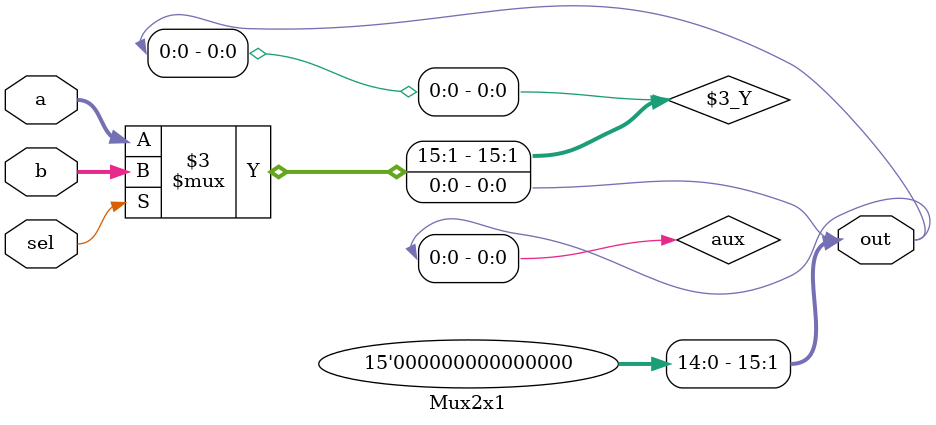
<source format=sv>
module Mux2x1
( 
  input  [15:0] a   ,
  input  [15:0] b   ,
  input  sel ,
  output [15:0] out 
);

logic aux;

assign out = aux;

always_comb begin
//    if((sel != 1'b0) && (sel != 1'b1)) begin
//        aux = 1'bX;
//    end
//    else begin
        aux = (sel == 1'b1) ? b : a;
//    end
end

endmodule
</source>
